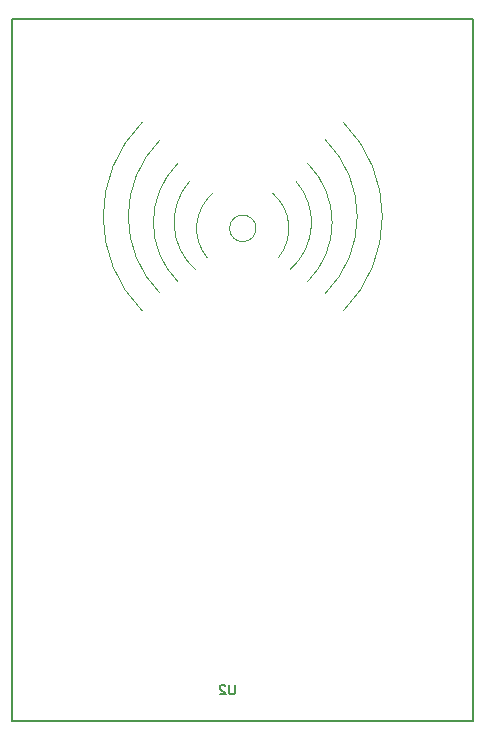
<source format=gbo>
G04 #@! TF.FileFunction,Legend,Bot*
%FSLAX46Y46*%
G04 Gerber Fmt 4.6, Leading zero omitted, Abs format (unit mm)*
G04 Created by KiCad (PCBNEW 4.0.6) date 01/14/18 14:47:59*
%MOMM*%
%LPD*%
G01*
G04 APERTURE LIST*
%ADD10C,0.100000*%
%ADD11C,0.075000*%
%ADD12C,0.150000*%
G04 APERTURE END LIST*
D10*
D11*
X20769134Y-17953600D02*
G75*
G03X20769134Y-17953600I-1118034J0D01*
G01*
X22151100Y-14953600D02*
G75*
G02X22651100Y-20453600I-2500000J-3000000D01*
G01*
X16651100Y-20453600D02*
G75*
G02X17151100Y-14953600I3000000J2500000D01*
G01*
X11151100Y-8953600D02*
G75*
G03X11151100Y-24953600I8000000J-8000000D01*
G01*
X12651100Y-10453600D02*
G75*
G03X12651100Y-23453600I6500000J-6500000D01*
G01*
X14151100Y-12453600D02*
G75*
G03X14151100Y-22453600I5000000J-5000000D01*
G01*
X15151100Y-13953600D02*
G75*
G03X15651100Y-21453600I4000000J-3500000D01*
G01*
X24151100Y-13953600D02*
G75*
G02X23651100Y-21453600I-4000000J-3500000D01*
G01*
X25151100Y-12453600D02*
G75*
G02X25151100Y-22453600I-5000000J-5000000D01*
G01*
X26651100Y-10453600D02*
G75*
G02X26651100Y-23453600I-6500000J-6500000D01*
G01*
X28151100Y-8953600D02*
G75*
G02X28151100Y-24953600I-8000000J-8000000D01*
G01*
D12*
X151100Y-203600D02*
X39151100Y-203600D01*
X151100Y-59703600D02*
X39151100Y-59703600D01*
X151100Y-59703600D02*
X151100Y-203600D01*
X39151100Y-59703600D02*
X39151100Y-203600D01*
X18959524Y-56611905D02*
X18959524Y-57259524D01*
X18921429Y-57335714D01*
X18883333Y-57373810D01*
X18807143Y-57411905D01*
X18654762Y-57411905D01*
X18578571Y-57373810D01*
X18540476Y-57335714D01*
X18502381Y-57259524D01*
X18502381Y-56611905D01*
X18159524Y-56688095D02*
X18121429Y-56650000D01*
X18045238Y-56611905D01*
X17854762Y-56611905D01*
X17778572Y-56650000D01*
X17740476Y-56688095D01*
X17702381Y-56764286D01*
X17702381Y-56840476D01*
X17740476Y-56954762D01*
X18197619Y-57411905D01*
X17702381Y-57411905D01*
M02*

</source>
